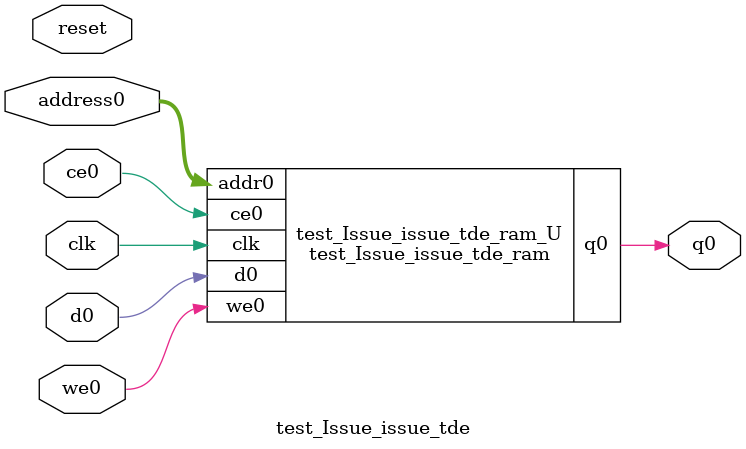
<source format=v>

`timescale 1 ns / 1 ps
module test_Issue_issue_tde_ram (addr0, ce0, d0, we0, q0,  clk);

parameter DWIDTH = 1;
parameter AWIDTH = 2;
parameter MEM_SIZE = 4;

input[AWIDTH-1:0] addr0;
input ce0;
input[DWIDTH-1:0] d0;
input we0;
output reg[DWIDTH-1:0] q0;
input clk;

(* ram_style = "distributed" *)reg [DWIDTH-1:0] ram[0:MEM_SIZE-1];




always @(posedge clk)  
begin 
    if (ce0) 
    begin
        if (we0) 
        begin 
            ram[addr0] <= d0; 
            q0 <= d0;
        end 
        else 
            q0 <= ram[addr0];
    end
end


endmodule


`timescale 1 ns / 1 ps
module test_Issue_issue_tde(
    reset,
    clk,
    address0,
    ce0,
    we0,
    d0,
    q0);

parameter DataWidth = 32'd1;
parameter AddressRange = 32'd4;
parameter AddressWidth = 32'd2;
input reset;
input clk;
input[AddressWidth - 1:0] address0;
input ce0;
input we0;
input[DataWidth - 1:0] d0;
output[DataWidth - 1:0] q0;



test_Issue_issue_tde_ram test_Issue_issue_tde_ram_U(
    .clk( clk ),
    .addr0( address0 ),
    .ce0( ce0 ),
    .we0( we0 ),
    .d0( d0 ),
    .q0( q0 ));

endmodule


</source>
